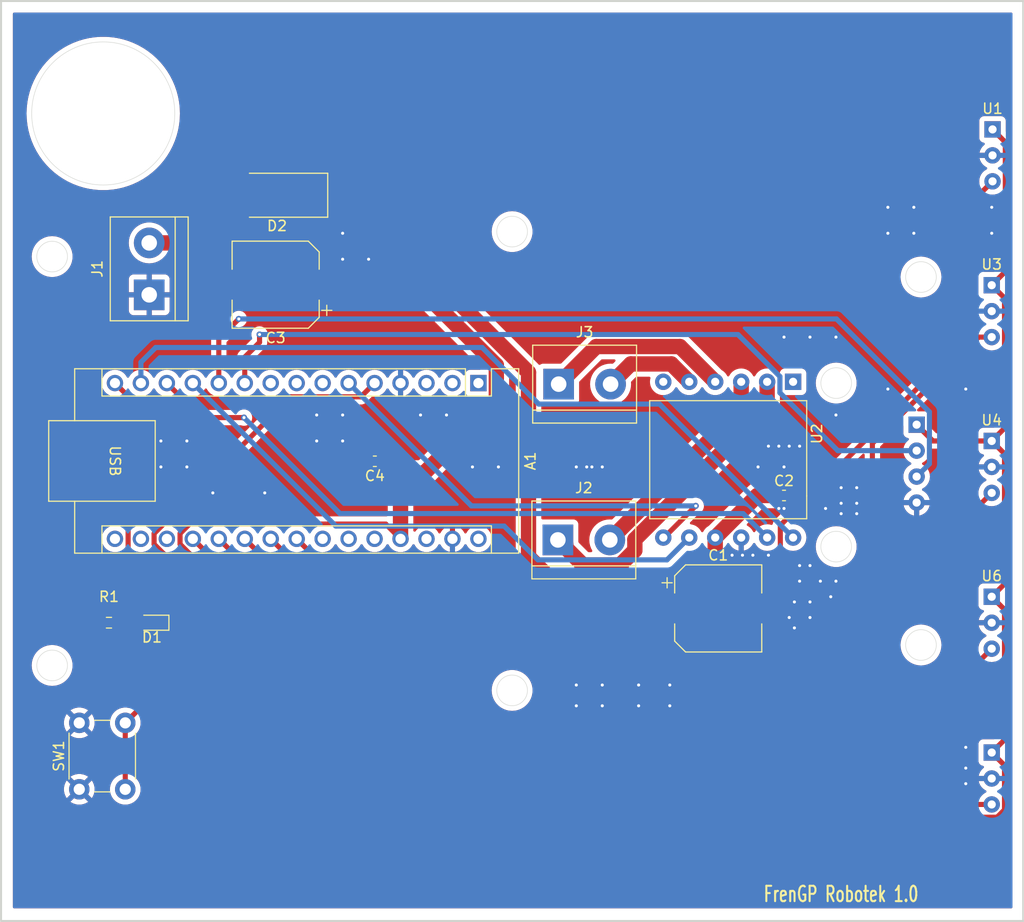
<source format=kicad_pcb>
(kicad_pcb (version 20240108) (generator "pcbnew") (generator_version "8.0")
  (layers (0 "F.Cu" signal) (31 "B.Cu" signal) (34 "B.Paste" user) (35 "F.Paste" user) (36 "B.SilkS" user "B.Silkscreen") (37 "F.SilkS" user "F.Silkscreen") (38 "B.Mask" user) (39 "F.Mask" user) (44 "Edge.Cuts" user))
  (net 0 "")
  (net 1 "BIN2")
  (net 3 "GND")
  (net 5 "IR1")
  (net 6 "Net-(A1-D12)")
  (net 7 "Net-(A1-D2)")
  (net 8 "AIN1")
  (net 9 "AIN2")
  (net 10 "BIN1")
  (net 11 "IR2")
  (net 12 "IR4")
  (net 13 "+5V_MCU")
  (net 14 "IR5")
  (net 15 "IR3")
  (net 16 "Echo")
  (net 17 "Trig")
  (net 20 "Net-(D1-A)")
  (net 21 "Net-(J2-Pin_2)")
  (net 22 "Net-(J2-Pin_1)")
  (net 23 "Net-(J3-Pin_2)")
  (net 34 "Net-(J3-Pin_1)")
  (net 37 "+5V_bat")
  (footprint "Resistor_SMD:R_0603_1608Metric_Pad0.98x0.95mm_HandSolder" (layer "F.Cu") (at 35.56 83.82 180)
    (property "Reference" "R1" (at 0 2.54 180) (layer "F.SilkS"))
    (property "Value" "R")
    (fp_line (start -0.254724 0.5225) (end 0.254724 0.5225) (stroke (width 0.12)) (layer "F.SilkS"))
    (fp_line (start -0.254724 -0.5225) (end 0.254724 -0.5225) (stroke (width 0.12)) (layer "F.SilkS"))
    (pad "1" smd roundrect (at -0.9125 0 180) (size 0.975 0.95) (layers "F.Cu" "F.Paste" "F.Mask") (net 20 "Net-(D1-A)"))
    (pad "2" smd roundrect (at 0.9125 0 180) (size 0.975 0.95) (layers "F.Cu" "F.Paste" "F.Mask") (net 6 "Net-(A1-D12)"))
  )
  (footprint "Capacitor_SMD:CP_Elec_8x6.2" (layer "F.Cu") (at 51.8668 50.7512 180)
    (property "Reference" "C3" (at 0 -5.2 180) (layer "F.SilkS"))
    (property "Value" "470u")
    (fp_line (start 4.26 4.26) (end 4.26 1.51) (stroke (width 0.12)) (layer "F.SilkS"))
    (fp_line (start 4.26 -4.26) (end 4.26 -1.51) (stroke (width 0.12)) (layer "F.SilkS"))
    (fp_line (start -3.195563 4.26) (end 4.26 4.26) (stroke (width 0.12)) (layer "F.SilkS"))
    (fp_line (start -3.195563 -4.26) (end 4.26 -4.26) (stroke (width 0.12)) (layer "F.SilkS"))
    (fp_line (start -4.26 3.195563) (end -3.195563 4.26) (stroke (width 0.12)) (layer "F.SilkS"))
    (fp_line (start -4.26 3.195563) (end -4.26 1.51) (stroke (width 0.12)) (layer "F.SilkS"))
    (fp_line (start -4.26 -3.195563) (end -3.195563 -4.26) (stroke (width 0.12)) (layer "F.SilkS"))
    (fp_line (start -4.26 -3.195563) (end -4.26 -1.51) (stroke (width 0.12)) (layer "F.SilkS"))
    (fp_line (start -5 -3.01) (end -5 -2.01) (stroke (width 0.12)) (layer "F.SilkS"))
    (fp_line (start -5.5 -2.51) (end -4.5 -2.51) (stroke (width 0.12)) (layer "F.SilkS"))
    (pad "1" smd roundrect (at -3.05 0 180) (size 4 2.5) (layers "F.Cu" "F.Paste" "F.Mask") (roundrect_rratio 0.1) (net 13 "+5V_MCU"))
    (pad "2" smd roundrect (at 3.05 0 180) (size 4 2.5) (layers "F.Cu" "F.Paste" "F.Mask") (roundrect_rratio 0.1) (net 3 "GND"))
  )
  (footprint "Diode_SMD:D_SMA-SMB_Universal_Handsoldering" (layer "F.Cu") (at 52 42 180)
    (property "Reference" "D2" (at 0 -3 180) (layer "F.SilkS"))
    (property "Value" "1N4006")
    (fp_line (start -4.96 2.15) (end 2.7 2.15) (stroke (width 0.12)) (layer "F.SilkS"))
    (fp_line (start -4.96 -2.15) (end 2.7 -2.15) (stroke (width 0.12)) (layer "F.SilkS"))
    (fp_line (start -4.96 -2.15) (end -4.96 2.15) (stroke (width 0.12)) (layer "F.SilkS"))
    (pad "1" smd trapezoid (at -2.9 0 180) (size 3.6 1.7) (rect_delta 0.6 0) (layers "F.Cu" "F.Paste" "F.Mask") (net 13 "+5V_MCU"))
    (pad "2" smd trapezoid (at 2.9 0) (size 3.6 1.7) (rect_delta 0.6 0) (layers "F.Cu" "F.Paste" "F.Mask") (net 37 "+5V_bat"))
  )
  (footprint "Capacitor_SMD:CP_Elec_8x6.2" (layer "F.Cu") (at 95.163 82.423)
    (property "Reference" "C1" (at 0 -5.2 0) (layer "F.SilkS"))
    (property "Value" "470u")
    (fp_line (start -5.5 -2.51) (end -4.5 -2.51) (stroke (width 0.12)) (layer "F.SilkS"))
    (fp_line (start -5 -3.01) (end -5 -2.01) (stroke (width 0.12)) (layer "F.SilkS"))
    (fp_line (start -4.26 -3.195563) (end -4.26 -1.51) (stroke (width 0.12)) (layer "F.SilkS"))
    (fp_line (start -4.26 -3.195563) (end -3.195563 -4.26) (stroke (width 0.12)) (layer "F.SilkS"))
    (fp_line (start -4.26 3.195563) (end -4.26 1.51) (stroke (width 0.12)) (layer "F.SilkS"))
    (fp_line (start -4.26 3.195563) (end -3.195563 4.26) (stroke (width 0.12)) (layer "F.SilkS"))
    (fp_line (start -3.195563 -4.26) (end 4.26 -4.26) (stroke (width 0.12)) (layer "F.SilkS"))
    (fp_line (start -3.195563 4.26) (end 4.26 4.26) (stroke (width 0.12)) (layer "F.SilkS"))
    (fp_line (start 4.26 -4.26) (end 4.26 -1.51) (stroke (width 0.12)) (layer "F.SilkS"))
    (fp_line (start 4.26 4.26) (end 4.26 1.51) (stroke (width 0.12)) (layer "F.SilkS"))
    (pad "1" smd roundrect (at -3.05 0) (size 4 2.5) (layers "F.Cu" "F.Paste" "F.Mask") (roundrect_rratio 0.1) (net 37 "+5V_bat"))
    (pad "2" smd roundrect (at 3.05 0) (size 4 2.5) (layers "F.Cu" "F.Paste" "F.Mask") (roundrect_rratio 0.1) (net 3 "GND"))
  )
  (footprint "DRV_8833_module:3pin_Reflection_sensor" (layer "F.Cu") (at 122 35.56)
    (property "Reference" "U1" (at 0 -2.032 0) (layer "F.SilkS"))
    (property "Value" "~" (hide yes))
    (pad "1" thru_hole rect (at 0 0) (size 1.6 1.6) (drill 0.8) (layers "*.Cu" "*.Mask") (net 13 "+5V_MCU"))
    (pad "2" thru_hole oval (at 0 2.54) (size 1.6 1.6) (drill 0.8) (layers "*.Cu" "*.Mask") (net 3 "GND"))
    (pad "3" thru_hole oval (at 0 5.08) (size 1.6 1.6) (drill 0.8) (layers "*.Cu" "*.Mask") (net 5 "IR1"))
  )
  (footprint "Button_Switch_THT:SW_PUSH_6mm" (layer "F.Cu") (at 32.6547 100.1178 90)
    (property "Reference" "SW1" (at 3.25 -2 -90) (layer "F.SilkS"))
    (property "Value" "SW_Push")
    (fp_line (start 5.5 -1) (end 1 -1) (stroke (width 0.12)) (layer "F.SilkS"))
    (fp_line (start -0.25 1.5) (end -0.25 3) (stroke (width 0.12)) (layer "F.SilkS"))
    (fp_line (start 6.75 3) (end 6.75 1.5) (stroke (width 0.12)) (layer "F.SilkS"))
    (fp_line (start 1 5.5) (end 5.5 5.5) (stroke (width 0.12)) (layer "F.SilkS"))
    (pad "1" thru_hole circle (at 0 0 180) (size 2 2) (drill 1.1) (layers "*.Cu" "*.Mask") (net 3 "GND"))
    (pad "1" thru_hole circle (at 6.5 0 180) (size 2 2) (drill 1.1) (layers "*.Cu" "*.Mask") (net 3 "GND"))
    (pad "2" thru_hole circle (at 0 4.5 180) (size 2 2) (drill 1.1) (layers "*.Cu" "*.Mask") (net 7 "Net-(A1-D2)"))
    (pad "2" thru_hole circle (at 6.5 4.5 180) (size 2 2) (drill 1.1) (layers "*.Cu" "*.Mask") (net 7 "Net-(A1-D2)"))
  )
  (footprint "DRV_8833_module:HC-SR04_module" (layer "F.Cu") (at 114.5747 64.4458)
    (property "Reference" "U5" (hide yes))
    (property "Value" "~" (hide yes))
    (pad "1" thru_hole rect (at 0 0) (size 1.6 1.6) (drill 0.8) (layers "*.Cu" "*.Mask") (net 13 "+5V_MCU"))
    (pad "2" thru_hole oval (at 0 2.54) (size 1.6 1.6) (drill 0.8) (layers "*.Cu" "*.Mask") (net 17 "Trig"))
    (pad "3" thru_hole oval (at 0 5.08) (size 1.6 1.6) (drill 0.8) (layers "*.Cu" "*.Mask") (net 16 "Echo"))
    (pad "4" thru_hole oval (at 0 7.62) (size 1.6 1.6) (drill 0.8) (layers "*.Cu" "*.Mask") (net 3 "GND"))
  )
  (footprint "Capacitor_SMD:C_0603_1608Metric_Pad1.08x0.95mm_HandSolder" (layer "F.Cu") (at 101.6 71.374)
    (property "Reference" "C2" (at 0 -1.43 0) (layer "F.SilkS"))
    (property "Value" "1u")
    (fp_line (start -0.146267 -0.51) (end 0.146267 -0.51) (stroke (width 0.12)) (layer "F.SilkS"))
    (fp_line (start -0.146267 0.51) (end 0.146267 0.51) (stroke (width 0.12)) (layer "F.SilkS"))
    (pad "1" smd roundrect (at -0.8625 0) (size 1.075 0.95) (layers "F.Cu" "F.Paste" "F.Mask") (net 37 "+5V_bat"))
    (pad "2" smd roundrect (at 0.8625 0) (size 1.075 0.95) (layers "F.Cu" "F.Paste" "F.Mask") (net 3 "GND"))
  )
  (footprint "DRV_8833_module:3pin_Reflection_sensor" (layer "F.Cu") (at 121.92 66.04)
    (property "Reference" "U4" (at 0 -2.032 0) (layer "F.SilkS"))
    (property "Value" "~" (hide yes))
    (pad "1" thru_hole rect (at 0 0) (size 1.6 1.6) (drill 0.8) (layers "*.Cu" "*.Mask") (net 13 "+5V_MCU"))
    (pad "2" thru_hole oval (at 0 2.54) (size 1.6 1.6) (drill 0.8) (layers "*.Cu" "*.Mask") (net 3 "GND"))
    (pad "3" thru_hole oval (at 0 5.08) (size 1.6 1.6) (drill 0.8) (layers "*.Cu" "*.Mask") (net 15 "IR3"))
  )
  (footprint "Module:Arduino_Nano" (layer "F.Cu") (at 71.7047 60.3758 -90)
    (property "Reference" "A1" (at 7.62 -5.08 90) (layer "F.SilkS"))
    (property "Value" "Arduino_Nano_v3.x")
    (fp_line (start 3.68 42.04) (end 3.68 31.62) (stroke (width 0.12)) (layer "F.SilkS"))
    (fp_line (start 11.56 42.04) (end 3.68 42.04) (stroke (width 0.12)) (layer "F.SilkS"))
    (fp_line (start -1.4 39.5) (end 3.68 39.5) (stroke (width 0.12)) (layer "F.SilkS"))
    (fp_line (start 16.64 39.5) (end 11.56 39.5) (stroke (width 0.12)) (layer "F.SilkS"))
    (fp_line (start 16.64 39.5) (end 16.64 -3.94) (stroke (width 0.12)) (layer "F.SilkS"))
    (fp_line (start 1.27 36.83) (end -1.4 36.83) (stroke (width 0.12)) (layer "F.SilkS"))
    (fp_line (start 13.97 36.83) (end 16.64 36.83) (stroke (width 0.12)) (layer "F.SilkS"))
    (fp_line (start 3.68 31.62) (end 11.56 31.62) (stroke (width 0.12)) (layer "F.SilkS"))
    (fp_line (start 11.56 31.62) (end 11.56 42.04) (stroke (width 0.12)) (layer "F.SilkS"))
    (fp_line (start -1.4 1.27) (end -1.4 39.5) (stroke (width 0.12)) (layer "F.SilkS"))
    (fp_line (start 1.27 1.27) (end 1.27 36.83) (stroke (width 0.12)) (layer "F.SilkS"))
    (fp_line (start 1.27 1.27) (end -1.4 1.27) (stroke (width 0.12)) (layer "F.SilkS"))
    (fp_line (start 1.27 1.27) (end 1.27 -1.27) (stroke (width 0.12)) (layer "F.SilkS"))
    (fp_line (start 1.27 -1.27) (end -1.4 -1.27) (stroke (width 0.12)) (layer "F.SilkS"))
    (fp_line (start 13.97 -1.27) (end 13.97 36.83) (stroke (width 0.12)) (layer "F.SilkS"))
    (fp_line (start 13.97 -1.27) (end 16.64 -1.27) (stroke (width 0.12)) (layer "F.SilkS"))
    (fp_line (start -1.4 -3.94) (end -1.4 -1.27) (stroke (width 0.12)) (layer "F.SilkS"))
    (fp_line (start 16.64 -3.94) (end -1.4 -3.94) (stroke (width 0.12)) (layer "F.SilkS"))
    (fp_text user "USB" (at 7.62 35.56 -90) (layer "F.SilkS"))
    (pad "1" thru_hole rect (at 0 0 270) (size 1.6 1.6) (drill 1) (layers "*.Cu" "*.Mask"))
    (pad "2" thru_hole oval (at 0 2.54 270) (size 1.6 1.6) (drill 1) (layers "*.Cu" "*.Mask"))
    (pad "3" thru_hole oval (at 0 5.08 270) (size 1.6 1.6) (drill 1) (layers "*.Cu" "*.Mask"))
    (pad "4" thru_hole oval (at 0 7.62 270) (size 1.6 1.6) (drill 1) (layers "*.Cu" "*.Mask") (net 3 "GND"))
    (pad "5" thru_hole oval (at 0 10.16 270) (size 1.6 1.6) (drill 1) (layers "*.Cu" "*.Mask") (net 7 "Net-(A1-D2)"))
    (pad "6" thru_hole oval (at 0 12.7 270) (size 1.6 1.6) (drill 1) (layers "*.Cu" "*.Mask") (net 8 "AIN1"))
    (pad "7" thru_hole oval (at 0 15.24 270) (size 1.6 1.6) (drill 1) (layers "*.Cu" "*.Mask"))
    (pad "8" thru_hole oval (at 0 17.78 270) (size 1.6 1.6) (drill 1) (layers "*.Cu" "*.Mask"))
    (pad "9" thru_hole oval (at 0 20.32 270) (size 1.6 1.6) (drill 1) (layers "*.Cu" "*.Mask"))
    (pad "10" thru_hole oval (at 0 22.86 270) (size 1.6 1.6) (drill 1) (layers "*.Cu" "*.Mask") (net 17 "Trig"))
    (pad "11" thru_hole oval (at 0 25.4 270) (size 1.6 1.6) (drill 1) (layers "*.Cu" "*.Mask") (net 16 "Echo"))
    (pad "12" thru_hole oval (at 0 27.94 270) (size 1.6 1.6) (drill 1) (layers "*.Cu" "*.Mask") (net 9 "AIN2"))
    (pad "13" thru_hole oval (at 0 30.48 270) (size 1.6 1.6) (drill 1) (layers "*.Cu" "*.Mask") (net 10 "BIN1"))
    (pad "14" thru_hole oval (at 0 33.02 270) (size 1.6 1.6) (drill 1) (layers "*.Cu" "*.Mask") (net 1 "BIN2"))
    (pad "15" thru_hole oval (at 0 35.56 270) (size 1.6 1.6) (drill 1) (layers "*.Cu" "*.Mask") (net 6 "Net-(A1-D12)"))
    (pad "16" thru_hole oval (at 15.24 35.56 270) (size 1.6 1.6) (drill 1) (layers "*.Cu" "*.Mask"))
    (pad "17" thru_hole oval (at 15.24 33.02 270) (size 1.6 1.6) (drill 1) (layers "*.Cu" "*.Mask"))
    (pad "18" thru_hole oval (at 15.24 30.48 270) (size 1.6 1.6) (drill 1) (layers "*.Cu" "*.Mask"))
    (pad "19" thru_hole oval (at 15.24 27.94 270) (size 1.6 1.6) (drill 1) (layers "*.Cu" "*.Mask") (net 14 "IR5"))
    (pad "20" thru_hole oval (at 15.24 25.4 270) (size 1.6 1.6) (drill 1) (layers "*.Cu" "*.Mask") (net 12 "IR4"))
    (pad "21" thru_hole oval (at 15.24 22.86 270) (size 1.6 1.6) (drill 1) (layers "*.Cu" "*.Mask") (net 15 "IR3"))
    (pad "22" thru_hole oval (at 15.24 20.32 270) (size 1.6 1.6) (drill 1) (layers "*.Cu" "*.Mask") (net 11 "IR2"))
    (pad "23" thru_hole oval (at 15.24 17.78 270) (size 1.6 1.6) (drill 1) (layers "*.Cu" "*.Mask") (net 5 "IR1"))
    (pad "24" thru_hole oval (at 15.24 15.24 270) (size 1.6 1.6) (drill 1) (layers "*.Cu" "*.Mask"))
    (pad "25" thru_hole oval (at 15.24 12.7 270) (size 1.6 1.6) (drill 1) (layers "*.Cu" "*.Mask"))
    (pad "26" thru_hole oval (at 15.24 10.16 270) (size 1.6 1.6) (drill 1) (layers "*.Cu" "*.Mask"))
    (pad "27" thru_hole oval (at 15.24 7.62 270) (size 1.6 1.6) (drill 1) (layers "*.Cu" "*.Mask") (net 13 "+5V_MCU"))
    (pad "28" thru_hole oval (at 15.24 5.08 270) (size 1.6 1.6) (drill 1) (layers "*.Cu" "*.Mask"))
    (pad "29" thru_hole oval (at 15.24 2.54 270) (size 1.6 1.6) (drill 1) (layers "*.Cu" "*.Mask") (net 3 "GND"))
    (pad "30" thru_hole oval (at 15.24 0 270) (size 1.6 1.6) (drill 1) (layers "*.Cu" "*.Mask"))
  )
  (footprint "DRV_8833_module:3pin_Reflection_sensor" (layer "F.Cu") (at 121.92 81.28)
    (property "Reference" "U6" (at 0 -2.032 0) (layer "F.SilkS"))
    (property "Value" "~" (hide yes))
    (pad "1" thru_hole rect (at 0 0) (size 1.6 1.6) (drill 0.8) (layers "*.Cu" "*.Mask") (net 13 "+5V_MCU"))
    (pad "2" thru_hole oval (at 0 2.54) (size 1.6 1.6) (drill 0.8) (layers "*.Cu" "*.Mask") (net 3 "GND"))
    (pad "3" thru_hole oval (at 0 5.08) (size 1.6 1.6) (drill 0.8) (layers "*.Cu" "*.Mask") (net 12 "IR4"))
  )
  (footprint "DRV_8833_module:DIP-12_W15.24mm" (layer "F.Cu") (at 102.489 60.252 -90)
    (property "Reference" "U2" (at 5.08 -2.33 90) (layer "F.SilkS"))
    (property "Value" "~")
    (fp_line (start 1.845 14.03) (end 13.395 14.03) (stroke (width 0.12)) (layer "F.SilkS"))
    (fp_line (start 13.395 14.03) (end 13.395 -1.33) (stroke (width 0.12)) (layer "F.SilkS"))
    (fp_line (start 1.845 -1.33) (end 1.845 14.03) (stroke (width 0.12)) (layer "F.SilkS"))
    (fp_line (start 11.16 -1.33) (end 1.845 -1.33) (stroke (width 0.12)) (layer "F.SilkS"))
    (fp_line (start 13.395 -1.33) (end 11.16 -1.33) (stroke (width 0.12)) (layer "F.SilkS"))
    (pad "1" thru_hole rect (at 0 0 270) (size 1.6 1.6) (drill 0.8) (layers "*.Cu" "*.Mask"))
    (pad "2" thru_hole oval (at 0 2.54 270) (size 1.6 1.6) (drill 0.8) (layers "*.Cu" "*.Mask") (net 22 "Net-(J2-Pin_1)"))
    (pad "3" thru_hole oval (at 0 5.08 270) (size 1.6 1.6) (drill 0.8) (layers "*.Cu" "*.Mask") (net 21 "Net-(J2-Pin_2)"))
    (pad "4" thru_hole oval (at 0 7.62 270) (size 1.6 1.6) (drill 0.8) (layers "*.Cu" "*.Mask") (net 34 "Net-(J3-Pin_1)"))
    (pad "5" thru_hole oval (at 0 10.16 270) (size 1.6 1.6) (drill 0.8) (layers "*.Cu" "*.Mask") (net 23 "Net-(J3-Pin_2)"))
    (pad "6" thru_hole oval (at 0 12.7 270) (size 1.6 1.6) (drill 0.8) (layers "*.Cu" "*.Mask"))
    (pad "7" thru_hole oval (at 15.24 12.7 270) (size 1.6 1.6) (drill 0.8) (layers "*.Cu" "*.Mask") (net 8 "AIN1"))
    (pad "8" thru_hole oval (at 15.24 10.16 270) (size 1.6 1.6) (drill 0.8) (layers "*.Cu" "*.Mask") (net 9 "AIN2"))
    (pad "9" thru_hole oval (at 15.24 7.62 270) (size 1.6 1.6) (drill 0.8) (layers "*.Cu" "*.Mask") (net 37 "+5V_bat"))
    (pad "10" thru_hole oval (at 15.24 5.08 270) (size 1.6 1.6) (drill 0.8) (layers "*.Cu" "*.Mask") (net 3 "GND"))
    (pad "11" thru_hole oval (at 15.24 2.54 270) (size 1.6 1.6) (drill 0.8) (layers "*.Cu" "*.Mask") (net 10 "BIN1"))
    (pad "12" thru_hole oval (at 15.24 0 270) (size 1.6 1.6) (drill 0.8) (layers "*.Cu" "*.Mask") (net 1 "BIN2"))
  )
  (footprint "TerminalBlock:TerminalBlock_bornier-2_P5.08mm" (layer "F.Cu") (at 39.497 51.743 90)
    (property "Reference" "J1" (at 2.54 -5.08 -90) (layer "F.SilkS"))
    (property "Value" "Screw_Terminal_01x02" (hide yes))
    (fp_line (start 7.62 -3.81) (end -2.54 -3.81) (stroke (width 0.12)) (layer "F.SilkS"))
    (fp_line (start -2.54 -3.81) (end -2.54 3.81) (stroke (width 0.12)) (layer "F.SilkS"))
    (fp_line (start 7.62 2.54) (end -2.54 2.54) (stroke (width 0.12)) (layer "F.SilkS"))
    (fp_line (start 7.62 3.81) (end 7.62 -3.81) (stroke (width 0.12)) (layer "F.SilkS"))
    (fp_line (start -2.54 3.81) (end 7.62 3.81) (stroke (width 0.12)) (layer "F.SilkS"))
    (pad "1" thru_hole rect (at 0 0 90) (size 3 3) (drill 1.52) (layers "*.Cu" "*.Mask") (net 3 "GND"))
    (pad "2" thru_hole circle (at 5.08 0 90) (size 3 3) (drill 1.52) (layers "*.Cu" "*.Mask") (net 37 "+5V_bat"))
  )
  (footprint "DRV_8833_module:3pin_Reflection_sensor" (layer "F.Cu") (at 121.92 96.52)
    (property "Reference" "U7" (hide yes))
    (property "Value" "~" (hide yes))
    (pad "1" thru_hole rect (at 0 0) (size 1.6 1.6) (drill 0.8) (layers "*.Cu" "*.Mask") (net 13 "+5V_MCU"))
    (pad "2" thru_hole oval (at 0 2.54) (size 1.6 1.6) (drill 0.8) (layers "*.Cu" "*.Mask") (net 3 "GND"))
    (pad "3" thru_hole oval (at 0 5.08) (size 1.6 1.6) (drill 0.8) (layers "*.Cu" "*.Mask") (net 14 "IR5"))
  )
  (footprint "Diode_SMD:D_0603_1608Metric_Pad1.05x0.95mm_HandSolder" (layer "F.Cu") (at 39.765 83.82 180)
    (property "Reference" "D1" (at 0 -1.43 180) (layer "F.SilkS"))
    (property "Value" "LED")
    (fp_line (start 0.8 -0.735) (end -1.66 -0.735) (stroke (width 0.12)) (layer "F.SilkS"))
    (fp_line (start -1.66 0.735) (end 0.8 0.735) (stroke (width 0.12)) (layer "F.SilkS"))
    (fp_line (start -1.66 -0.735) (end -1.66 0.735) (stroke (width 0.12)) (layer "F.SilkS"))
    (pad "1" smd roundrect (at -0.875 0 180) (size 1.05 0.95) (layers "F.Cu" "F.Paste" "F.Mask") (net 3 "GND"))
    (pad "2" smd roundrect (at 0.875 0 180) (size 1.05 0.95) (layers "F.Cu" "F.Paste" "F.Mask") (net 20 "Net-(D1-A)"))
  )
  (footprint "TerminalBlock:TerminalBlock_bornier-2_P5.08mm" (layer "F.Cu") (at 79.4766 75.7206)
    (property "Reference" "J2" (at 2.54 -5.08 0) (layer "F.SilkS"))
    (property "Value" "Screw_Terminal_01x02")
    (fp_line (start -2.54 -3.81) (end -2.54 3.81) (stroke (width 0.12)) (layer "F.SilkS"))
    (fp_line (start -2.54 3.81) (end 7.62 3.81) (stroke (width 0.12)) (layer "F.SilkS"))
    (fp_line (start 7.62 -3.81) (end -2.54 -3.81) (stroke (width 0.12)) (layer "F.SilkS"))
    (fp_line (start 7.62 2.54) (end -2.54 2.54) (stroke (width 0.12)) (layer "F.SilkS"))
    (fp_line (start 7.62 3.81) (end 7.62 -3.81) (stroke (width 0.12)) (layer "F.SilkS"))
    (pad "1" thru_hole rect (at 0 0) (size 3 3) (drill 1.52) (layers "*.Cu" "*.Mask") (net 22 "Net-(J2-Pin_1)"))
    (pad "2" thru_hole circle (at 5.08 0) (size 3 3) (drill 1.52) (layers "*.Cu" "*.Mask") (net 21 "Net-(J2-Pin_2)"))
  )
  (footprint "TerminalBlock:TerminalBlock_bornier-2_P5.08mm" (layer "F.Cu") (at 79.5528 60.4806)
    (property "Reference" "J3" (at 2.54 -5.08 0) (layer "F.SilkS"))
    (property "Value" "Screw_Terminal_01x02" (hide yes))
    (fp_line (start -2.54 -3.81) (end -2.54 3.81) (stroke (width 0.12)) (layer "F.SilkS"))
    (fp_line (start -2.54 3.81) (end 7.62 3.81) (stroke (width 0.12)) (layer "F.SilkS"))
    (fp_line (start 7.62 -3.81) (end -2.54 -3.81) (stroke (width 0.12)) (layer "F.SilkS"))
    (fp_line (start 7.62 2.54) (end -2.54 2.54) (stroke (width 0.12)) (layer "F.SilkS"))
    (fp_line (start 7.62 3.81) (end 7.62 -3.81) (stroke (width 0.12)) (layer "F.SilkS"))
    (pad "1" thru_hole rect (at 0 0) (size 3 3) (drill 1.52) (layers "*.Cu" "*.Mask") (net 34 "Net-(J3-Pin_1)"))
    (pad "2" thru_hole circle (at 5.08 0) (size 3 3) (drill 1.52) (layers "*.Cu" "*.Mask") (net 23 "Net-(J3-Pin_2)"))
  )
  (footprint "DRV_8833_module:3pin_Reflection_sensor" (layer "F.Cu") (at 121.92 50.8)
    (property "Reference" "U3" (at 0 -2.032 0) (layer "F.SilkS"))
    (property "Value" "~" (hide yes))
    (pad "1" thru_hole rect (at 0 0) (size 1.6 1.6) (drill 0.8) (layers "*.Cu" "*.Mask") (net 13 "+5V_MCU"))
    (pad "2" thru_hole oval (at 0 2.54) (size 1.6 1.6) (drill 0.8) (layers "*.Cu" "*.Mask") (net 3 "GND"))
    (pad "3" thru_hole oval (at 0 5.08) (size 1.6 1.6) (drill 0.8) (layers "*.Cu" "*.Mask") (net 11 "IR2"))
  )
  (footprint "Capacitor_SMD:C_0603_1608Metric_Pad1.08x0.95mm_HandSolder" (layer "F.Cu") (at 61.5696 68.0251 180)
    (property "Reference" "C4" (at 0 -1.43 180) (layer "F.SilkS"))
    (property "Value" "100n")
    (fp_line (start -0.146267 0.51) (end 0.146267 0.51) (stroke (width 0.12)) (layer "F.SilkS"))
    (fp_line (start -0.146267 -0.51) (end 0.146267 -0.51) (stroke (width 0.12)) (layer "F.SilkS"))
    (pad "1" smd roundrect (at -0.8625 0 180) (size 1.075 0.95) (layers "F.Cu" "F.Paste" "F.Mask") (net 13 "+5V_MCU"))
    (pad "2" smd roundrect (at 0.8625 0 180) (size 1.075 0.95) (layers "F.Cu" "F.Paste" "F.Mask") (net 3 "GND"))
  )
  (gr_circle (center 30 88) (end 31.5 88) (stroke (width 0.05)) (fill none) (layer "Edge.Cuts"))
  (gr_circle (center 115 86) (end 116.5 86) (stroke (width 0.05)) (fill none) (layer "Edge.Cuts"))
  (gr_circle (center 30 48) (end 31.5 48) (stroke (width 0.05)) (fill none) (layer "Edge.Cuts"))
  (gr_circle (center 75 45.558) (end 76.5 45.558) (stroke (width 0.05)) (fill none) (layer "Edge.Cuts"))
  (gr_circle (center 35 34) (end 42 34) (stroke (width 0.05)) (fill none) (layer "Edge.Cuts"))
  (gr_circle (center 75 90.442) (end 76.5 90.442) (stroke (width 0.05)) (fill none) (layer "Edge.Cuts"))
  (gr_circle (center 115 50) (end 116.5 50) (stroke (width 0.05)) (fill none) (layer "Edge.Cuts"))
  (gr_circle (center 106.7047 60.3758) (end 108.2047 60.3758) (stroke (width 0.05)) (fill none) (layer "Edge.Cuts"))
  (gr_rect (start 25 23) (end 125 113) (stroke (width 0.2)) (fill none) (layer "Edge.Cuts"))
  (gr_circle (center 106.7047 76.3758) (end 108.2047 76.3758) (stroke (width 0.05)) (fill none) (layer "Edge.Cuts"))
  (gr_text "FrenGP Robotek 1.0\n" (at 99.5 111.25 0) (layer "F.SilkS") (effects (font (size 1.5 1) (thickness 0.2) (bold yes)) (justify left bottom)))
  (segment (start 72.0682 56.896) (end 40.132 56.896) (width 0.5) (layer "B.Cu") (net 1))
  (segment (start 38.6847 58.3433) (end 38.6847 60.3758) (width 0.5) (layer "B.Cu") (net 1))
  (segment (start 89.4276 62.4306) (end 77.6028 62.4306) (width 0.5) (layer "B.Cu") (net 1))
  (segment (start 77.6028 62.4306) (end 72.0682 56.896) (width 0.5) (layer "B.Cu") (net 1))
  (segment (start 40.132 56.896) (end 38.6847 58.3433) (width 0.5) (layer "B.Cu") (net 1))
  (segment (start 102.489 75.492) (end 89.4276 62.4306) (width 0.5) (layer "B.Cu") (net 1))
  (via (at 98.552 77.216) (size 0.6) (drill 0.3) (layers "F.Cu" "B.Cu") (net 3))
  (via (at 119.38 99.568) (size 0.6) (drill 0.3) (layers "F.Cu" "B.Cu") (net 3))
  (via (at 58.42 45.72) (size 0.6) (drill 0.3) (layers "F.Cu" "B.Cu") (net 3))
  (via (at 90.424 91.948) (size 0.6) (drill 0.3) (layers "F.Cu" "B.Cu") (net 3))
  (via (at 101.6 68.58) (size 0.6) (drill 0.3) (layers "F.Cu" "B.Cu") (net 3))
  (via (at 111.76 45.72) (size 0.6) (drill 0.3) (layers "F.Cu" "B.Cu") (net 3))
  (via (at 90.424 89.916) (size 0.6) (drill 0.3) (layers "F.Cu" "B.Cu") (net 3))
  (via (at 100.076 77.216) (size 0.6) (drill 0.3) (layers "F.Cu" "B.Cu") (net 3))
  (via (at 104.14 83.312) (size 0.6) (drill 0.3) (layers "F.Cu" "B.Cu") (net 3))
  (via (at 102.108 83.312) (size 0.6) (drill 0.3) (layers "F.Cu" "B.Cu") (net 3))
  (via (at 96.52 77.216) (size 0.6) (drill 0.3) (layers "F.Cu" "B.Cu") (net 3))
  (via (at 43.18 68.58) (size 0.6) (drill 0.3) (layers "F.Cu" "B.Cu") (net 3))
  (via (at 73.66 68.58) (size 0.6) (drill 0.3) (layers "F.Cu" "B.Cu") (net 3))
  (via (at 40.64 66.04) (size 0.6) (drill 0.3) (layers "F.Cu" "B.Cu") (net 3))
  (via (at 108.712 72.136) (size 0.6) (drill 0.3) (layers "F.Cu" "B.Cu") (net 3))
  (via (at 104.14 78.232) (size 0.6) (drill 0.3) (layers "F.Cu" "B.Cu") (net 3))
  (via (at 102.108 66.548) (size 0.6) (drill 0.3) (layers "F.Cu" "B.Cu") (net 3))
  (via (at 106.68 63.5) (size 0.6) (drill 0.3) (layers "F.Cu" "B.Cu") (net 3))
  (via (at 82.804 68.58) (size 0.6) (drill 0.3) (layers "F.Cu" "B.Cu") (net 3))
  (via (at 58.42 48.26) (size 0.6) (drill 0.3) (layers "F.Cu" "B.Cu") (net 3))
  (via (at 107.188 73.152) (size 0.6) (drill 0.3) (layers "F.Cu" "B.Cu") (net 3))
  (via (at 50.8 71.12) (size 0.6) (drill 0.3) (layers "F.Cu" "B.Cu") (net 3))
  (via (at 106.68 79.756) (size 0.6) (drill 0.3) (layers "F.Cu" "B.Cu") (net 3))
  (via (at 81.28 68.58) (size 0.6) (drill 0.3) (layers "F.Cu" "B.Cu") (net 3))
  (via (at 106.68 55.88) (size 0.6) (drill 0.3) (layers "F.Cu" "B.Cu") (net 3))
  (via (at 114.3 43.18) (size 0.6) (drill 0.3) (layers "F.Cu" "B.Cu") (net 3))
  (via (at 119.38 60.96) (size 0.6) (drill 0.3) (layers "F.Cu" "B.Cu") (net 3))
  (via (at 45.72 71.12) (size 0.6) (drill 0.3) (layers "F.Cu" "B.Cu") (net 3))
  (via (at 121.92 45.72) (size 0.6) (drill 0.3) (layers "F.Cu" "B.Cu") (net 3))
  (via (at 55.88 66.04) (size 0.6) (drill 0.3) (layers "F.Cu" "B.Cu") (net 3))
  (via (at 111.76 60.96) (size 0.6) (drill 0.3) (layers "F.Cu" "B.Cu") (net 3))
  (via (at 102.616 81.788) (size 0.6) (drill 0.3) (layers "F.Cu" "B.Cu") (net 3))
  (via (at 119.38 96.012) (size 0.6) (drill 0.3) (layers "F.Cu" "B.Cu") (net 3))
  (via (at 58.42 66.04) (size 0.6) (drill 0.3) (layers "F.Cu" "B.Cu") (net 3))
  (via (at 104.14 81.788) (size 0.6) (drill 0.3) (layers "F.Cu" "B.Cu") (net 3))
  (via (at 83.82 68.58) (size 0.6) (drill 0.3) (layers "F.Cu" "B.Cu") (net 3))
  (via (at 106.172 81.28) (size 0.6) (drill 0.3) (layers "F.Cu" "B.Cu") (net 3))
  (via (at 107.188 72.136) (size 0.6) (drill 0.3) (layers "F.Cu" "B.Cu") (net 3))
  (via (at 121.92 43.18) (size 0.6) (drill 0.3) (layers "F.Cu" "B.Cu") (net 3))
  (via (at 103.124 79.756) (size 0.6) (drill 0.3) (layers "F.Cu" "B.Cu") (net 3))
  (via (at 101.6 72.644) (size 0.6) (drill 0.3) (layers "F.Cu" "B.Cu") (net 3))
  (via (at 60.96 48.26) (size 0.6) (drill 0.3) (layers "F.Cu" "B.Cu") (net 3))
  (via (at 87.376 89.916) (size 0.6) (drill 0.3) (layers "F.Cu" "B.Cu") (net 3))
  (via (at 119.38 98.044) (size 0.6) (drill 0.3) (layers "F.Cu" "B.Cu") (net 3))
  (via (at 103.124 78.232) (size 0.6) (drill 0.3) (layers "F.Cu" "B.Cu") (net 3))
  (via (at 81.28 91.948) (size 0.6) (drill 0.3) (layers "F.Cu" "B.Cu") (net 3))
  (via (at 104.14 55.88) (size 0.6) (drill 0.3) (layers "F.Cu" "B.Cu") (net 3))
  (via (at 108.712 70.612) (size 0.6) (drill 0.3) (layers "F.Cu" "B.Cu") (net 3))
  (via (at 107.188 70.612) (size 0.6) (drill 0.3) (layers "F.Cu" "B.Cu") (net 3))
  (via (at 87.376 91.948) (size 0.6) (drill 0.3) (layers "F.Cu" "B.Cu") (net 3))
  (via (at 101.6 55.88) (size 0.6) (drill 0.3) (layers "F.Cu" "B.Cu") (net 3))
  (via (at 68.58 63.5) (size 0.6) (drill 0.3) (layers "F.Cu" "B.Cu") (net 3))
  (via (at 43.18 66.04) (size 0.6) (drill 0.3) (layers "F.Cu" "B.Cu") (net 3))
  (via (at 101.092 66.548) (size 0.6) (drill 0.3) (layers "F.Cu" "B.Cu") (net 3))
  (via (at 102.616 84.328) (size 0.6) (drill 0.3) (layers "F.Cu" "B.Cu") (net 3))
  (via (at 108.712 73.152) (size 0.6) (drill 0.3) (layers "F.Cu" "B.Cu") (net 3))
  (via (at 66.04 63.5) (size 0.6) (drill 0.3) (layers "F.Cu" "B.Cu") (net 3))
  (via (at 58.42 63.5) (size 0.6) (drill 0.3) (layers "F.Cu" "B.Cu") (net 3))
  (via (at 81.28 89.916) (size 0.6) (drill 0.3) (layers "F.Cu" "B.Cu") (net 3))
  (via (at 105.664 72.644) (size 0.6) (drill 0.3) (layers "F.Cu" "B.Cu") (net 3))
  (via (at 83.82 89.916) (size 0.6) (drill 0.3) (layers "F.Cu" "B.Cu") (net 3))
  (via (at 111.76 43.18) (size 0.6) (drill 0.3) (layers "F.Cu" "B.Cu") (net 3))
  (via (at 82.296 68.58) (size 0.6) (drill 0.3) (layers "F.Cu" "B.Cu") (net 3))
  (via (at 101.092 72.644) (size 0.6) (drill 0.3) (layers "F.Cu" "B.Cu") (net 3))
  (via (at 105.156 79.756) (size 0.6) (drill 0.3) (layers "F.Cu" "B.Cu") (net 3))
  (via (at 97.536 77.216) (size 0.6) (drill 0.3) (layers "F.Cu" "B.Cu") (net 3))
  (via (at 99.06 68.58) (size 0.6) (drill 0.3) (layers "F.Cu" "B.Cu") (net 3))
  (via (at 103.124 66.548) (size 0.6) (drill 0.3) (layers "F.Cu" "B.Cu") (net 3))
  (via (at 83.82 91.948) (size 0.6) (drill 0.3) (layers "F.Cu" "B.Cu") (net 3))
  (via (at 55.88 63.5) (size 0.6) (drill 0.3) (layers "F.Cu" "B.Cu") (net 3))
  (via (at 40.64 68.58) (size 0.6) (drill 0.3) (layers "F.Cu" "B.Cu") (net 3))
  (via (at 114.3 45.72) (size 0.6) (drill 0.3) (layers "F.Cu" "B.Cu") (net 3))
  (via (at 100.076 66.548) (size 0.6) (drill 0.3) (layers "F.Cu" "B.Cu") (net 3))
  (via (at 71.12 68.58) (size 0.6) (drill 0.3) (layers "F.Cu" "B.Cu") (net 3))
  (segment (start 93.954878 84.328) (end 62.6369 84.328) (width 0.5) (layer "F.Cu") (net 5))
  (segment (start 101.239 74.29155) (end 101.239 79.743878) (width 0.5) (layer "F.Cu") (net 5))
  (segment (start 94.996 83.286878) (end 93.954878 84.328) (width 0.5) (layer "F.Cu") (net 5))
  (segment (start 94.996 81.893122) (end 94.996 83.286878) (width 0.5) (layer "F.Cu") (net 5))
  (segment (start 62.6369 84.328) (end 53.9247 75.6158) (width 0.5) (layer "F.Cu") (net 5))
  (segment (start 101.239 79.743878) (end 97.145244 79.743878) (width 0.5) (layer "F.Cu") (net 5))
  (segment (start 120.35055 55.18) (end 101.239 74.29155) (width 0.5) (layer "F.Cu") (net 5))
  (segment (start 120.35055 42.28945) (end 120.35055 55.18) (width 0.5) (layer "F.Cu") (net 5))
  (segment (start 122 40.64) (end 120.35055 42.28945) (width 0.5) (layer "F.Cu") (net 5))
  (segment (start 97.145244 79.743878) (end 94.996 81.893122) (width 0.5) (layer "F.Cu") (net 5))
  (segment (start 37.4347 77.1857) (end 37.4347 61.6658) (width 0.5) (layer "F.Cu") (net 6))
  (segment (start 34.6475 79.9729) (end 34.6475 83.82) (width 0.5) (layer "F.Cu") (net 6))
  (segment (start 37.4347 61.6658) (end 36.1447 60.3758) (width 0.5) (layer "F.Cu") (net 6))
  (segment (start 37.4347 77.1857) (end 34.6475 79.9729) (width 0.5) (layer "F.Cu") (net 6))
  (segment (start 39.9747 76.133567) (end 39.9747 75.098033) (width 0.5) (layer "F.Cu") (net 7))
  (segment (start 41.615 89.1575) (end 37.1547 93.6178) (width 0.5) (layer "F.Cu") (net 7))
  (segment (start 60.1985 61.722) (end 61.5447 60.3758) (width 0.5) (layer "F.Cu") (net 7))
  (segment (start 37.1547 100.1178) (end 37.1547 93.6178) (width 0.5) (layer "F.Cu") (net 7))
  (segment (start 39.9747 76.133567) (end 41.615 77.773867) (width 0.5) (layer "F.Cu") (net 7))
  (segment (start 41.615 77.773867) (end 41.615 89.1575) (width 0.5) (layer "F.Cu") (net 7))
  (segment (start 53.350733 61.722) (end 60.1985 61.722) (width 0.5) (layer "F.Cu") (net 7))
  (segment (start 39.9747 75.098033) (end 53.350733 61.722) (width 0.5) (layer "F.Cu") (net 7))
  (segment (start 89.789 75.492) (end 89.862 75.492) (width 0.5) (layer "F.Cu") (net 8))
  (segment (start 89.862 75.492) (end 92.964 72.39) (width 0.5) (layer "F.Cu") (net 8))
  (via (at 92.964 72.39) (size 0.6) (drill 0.3) (layers "F.Cu" "B.Cu") (net 8))
  (segment (start 92.964 72.39) (end 71.0189 72.39) (width 0.5) (layer "B.Cu") (net 8))
  (segment (start 71.0189 72.39) (end 59.0047 60.3758) (width 0.5) (layer "B.Cu") (net 8))
  (segment (start 92.329 75.492) (end 90.1504 77.6706) (width 0.5) (layer "B.Cu") (net 9))
  (segment (start 57.7547 74.3658) (end 43.7647 60.3758) (width 0.5) (layer "B.Cu") (net 9))
  (segment (start 90.1504 77.6706) (end 77.5266 77.6706) (width 0.5) (layer "B.Cu") (net 9))
  (segment (start 77.5266 77.6706) (end 74.2218 74.3658) (width 0.5) (layer "B.Cu") (net 9))
  (segment (start 74.2218 74.3658) (end 57.7547 74.3658) (width 0.5) (layer "B.Cu") (net 9))
  (segment (start 48.768 63.754) (end 44.6029 63.754) (width 0.5) (layer "F.Cu") (net 10))
  (segment (start 44.6029 63.754) (end 41.2247 60.3758) (width 0.5) (layer "F.Cu") (net 10))
  (via (at 48.768 63.754) (size 0.6) (drill 0.3) (layers "F.Cu" "B.Cu") (net 10))
  (segment (start 99.949 75.492) (end 97.597 73.14) (width 0.5) (layer "B.Cu") (net 10))
  (segment (start 97.597 73.14) (end 58.154 73.14) (width 0.5) (layer "B.Cu") (net 10))
  (segment (start 58.154 73.14) (end 48.768 63.754) (width 0.5) (layer "B.Cu") (net 10))
  (segment (start 121.92 55.88) (end 120.6405 55.88) (width 0.5) (layer "F.Cu") (net 11))
  (segment (start 61.1129 85.344) (end 51.3847 75.6158) (width 0.5) (layer "F.Cu") (net 11))
  (segment (start 120.6405 55.88) (end 110.2455 66.275) (width 0.5) (layer "F.Cu") (net 11))
  (segment (start 110.2455 79.7465) (end 104.648 85.344) (width 0.5) (layer "F.Cu") (net 11))
  (segment (start 104.648 85.344) (end 61.1129 85.344) (width 0.5) (layer "F.Cu") (net 11))
  (segment (start 110.2455 66.275) (end 110.2455 79.7465) (width 0.5) (layer "F.Cu") (net 11))
  (segment (start 121.92 86.36) (end 110.744 97.536) (width 0.5) (layer "F.Cu") (net 12))
  (segment (start 110.744 97.536) (end 68.2249 97.536) (width 0.5) (layer "F.Cu") (net 12))
  (segment (start 68.2249 97.536) (end 46.3047 75.6158) (width 0.5) (layer "F.Cu") (net 12))
  (segment (start 122.437767 102.85) (end 69.231133 102.85) (width 0.5) (layer "F.Cu") (net 13))
  (segment (start 66.40126 69.17924) (end 73.4547 62.1258) (width 1.5) (layer "F.Cu") (net 13))
  (segment (start 42.5147 76.133567) (end 42.5147 75.098033) (width 0.5) (layer "F.Cu") (net 13))
  (segment (start 42.5147 75.098033) (end 43.444733 74.168) (width 0.5) (layer "F.Cu") (net 13))
  (segment (start 69.231133 102.85) (end 42.5147 76.133567) (width 0.5) (layer "F.Cu") (net 13))
  (segment (start 121.92 96.52) (end 123.17 95.27) (width 0.5) (layer "F.Cu") (net 13))
  (segment (start 123.17 102.117767) (end 122.437767 102.85) (width 0.5) (layer "F.Cu") (net 13))
  (segment (start 123.17 64.79) (end 121.92 66.04) (width 0.5) (layer "F.Cu") (net 13))
  (segment (start 123.17 67.29) (end 121.92 66.04) (width 0.5) (layer "F.Cu") (net 13))
  (segment (start 114.5747 64.4458) (end 115.8247 65.6958) (width 0.5) (layer "F.Cu") (net 13))
  (segment (start 63.58624 69.17924) (end 62.4321 68.0251) (width 1.5) (layer "F.Cu") (net 13))
  (segment (start 73.4547 62.1258) (end 73.4547 58.6258) (width 1.5) (layer "F.Cu") (net 13))
  (segment (start 64.0847 69.17924) (end 64.0847 75.6158) (width 1.5) (layer "F.Cu") (net 13))
  (segment (start 62.6369 74.168) (end 64.0847 75.6158) (width 0.5) (layer "F.Cu") (net 13))
  (segment (start 43.444733 74.168) (end 62.6369 74.168) (width 0.5) (layer "F.Cu") (net 13))
  (segment (start 65.5801 50.7512) (end 54.9168 50.7512) (width 1.5) (layer "F.Cu") (net 13))
  (segment (start 123.17 97.77) (end 123.17 102.117767) (width 0.5) (layer "F.Cu") (net 13))
  (segment (start 121.92 96.52) (end 123.17 97.77) (width 0.5) (layer "F.Cu") (net 13))
  (segment (start 123.17 52.05) (end 123.17 64.79) (width 0.5) (layer "F.Cu") (net 13))
  (segment (start 64.0847 69.17924) (end 63.58624 69.17924) (width 1.5) (layer "F.Cu") (net 13))
  (segment (start 121.92 50.8) (end 123.17 52.05) (width 0.5) (layer "F.Cu") (net 13))
  (segment (start 123.17 80.03) (end 123.17 67.29) (width 0.5) (layer "F.Cu") (net 13))
  (segment (start 64.0847 69.17924) (end 66.40126 69.17924) (width 1.5) (layer "F.Cu") (net 13))
  (segment (start 121.92 66.04) (end 116.1689 66.04) (width 0.5) (layer "F.Cu") (net 13))
  (segment (start 122 35.56) (end 123.25 36.81) (width 0.5) (layer "F.Cu") (net 13))
  (segment (start 123.25 49.47) (end 121.92 50.8) (width 0.5) (layer "F.Cu") (net 13))
  (segment (start 116.1689 66.04) (end 114.5747 64.4458) (width 0.5) (layer "F.Cu") (net 13))
  (segment (start 123.17 95.27) (end 123.17 82.53) (width 0.5) (layer "F.Cu") (net 13))
  (segment (start 123.25 36.81) (end 123.25 49.47) (width 0.5) (layer "F.Cu") (net 13))
  (segment (start 121.92 81.28) (end 123.17 80.03) (width 0.5) (layer "F.Cu") (net 13))
  (segment (start 54.9 42) (end 54.9 50.7344) (width 1.5) (layer "F.Cu") (net 13))
  (segment (start 73.4547 58.6258) (end 65.5801 50.7512) (width 1.5) (layer "F.Cu") (net 13))
  (segment (start 123.17 82.53) (end 121.92 81.28) (width 0.5) (layer "F.Cu") (net 13))
  (segment (start 54.9 50.7344) (end 54.9168 50.7512) (width 1.5) (layer "F.Cu") (net 13))
  (segment (start 69.7489 101.6) (end 43.7647 75.6158) (width 0.5) (layer "F.Cu") (net 14))
  (segment (start 121.92 101.6) (end 69.7489 101.6) (width 0.5) (layer "F.Cu") (net 14))
  (segment (start 69.2409 96.012) (end 48.8447 75.6158) (width 0.5) (layer "F.Cu") (net 15))
  (segment (start 97.028 96.012) (end 69.2409 96.012) (width 0.5) (layer "F.Cu") (net 15))
  (segment (start 121.92 71.12) (end 97.028 96.012) (width 0.5) (layer "F.Cu") (net 15))
  (segment (start 46.3047 56.0573) (end 46.3047 60.3758) (width 0.5) (layer "F.Cu") (net 16))
  (segment (start 48.26 54.102) (end 46.3047 56.0573) (width 0.5) (layer "F.Cu") (net 16))
  (via (at 48.26 54.102) (size 0.6) (drill 0.3) (layers "F.Cu" "B.Cu") (net 16))
  (segment (start 114.5747 69.5258) (end 115.8247 68.2758) (width 0.5) (layer "B.Cu") (net 16))
  (segment (start 115.8247 68.2758) (end 115.8247 63.1958) (width 0.5) (layer "B.Cu") (net 16))
  (segment (start 106.7309 54.102) (end 48.26 54.102) (width 0.5) (layer "B.Cu") (net 16))
  (segment (start 115.8247 63.1958) (end 106.7309 54.102) (width 0.5) (layer "B.Cu") (net 16))
  (segment (start 50.292 56.388) (end 48.8447 57.8353) (width 0.5) (layer "F.Cu") (net 17))
  (segment (start 48.8447 57.8353) (end 48.8447 60.3758) (width 0.5) (layer "F.Cu") (net 17))
  (segment (start 50.292 55.626) (end 50.292 56.388) (width 0.5) (layer "F.Cu") (net 17))
  (via (at 50.292 55.626) (size 0.6) (drill 0.3) (layers "F.Cu" "B.Cu") (net 17))
  (segment (start 97.090767 55.626) (end 50.292 55.626) (width 0.5) (layer "B.Cu") (net 17))
  (segment (start 101.199 61.321) (end 101.199 59.734233) (width 0.5) (layer "B.Cu") (net 17))
  (segment (start 106.8638 66.9858) (end 101.199 61.321) (width 0.5) (layer "B.Cu") (net 17))
  (segment (start 101.199 59.734233) (end 97.090767 55.626) (width 0.5) (layer "B.Cu") (net 17))
  (segment (start 114.5747 66.9858) (end 106.8638 66.9858) (width 0.5) (layer "B.Cu") (net 17))
  (segment (start 36.4725 83.82) (end 38.89 83.82) (width 0.5) (layer "F.Cu") (net 20))
  (segment (start 84.5566 75.7206) (end 97.409 62.8682) (width 1.5) (layer "F.Cu") (net 21))
  (segment (start 97.409 62.8682) (end 97.409 60.252) (width 1.5) (layer "F.Cu") (net 21))
  (segment (start 87.0066 76.735424) (end 87.0066 75.674764) (width 1.5) (layer "F.Cu") (net 22))
  (segment (start 79.4766 75.7206) (end 79.7846 75.7206) (width 1.5) (layer "F.Cu") (net 22))
  (segment (start 85.571424 78.1706) (end 87.0066 76.735424) (width 1.5) (layer "F.Cu") (net 22))
  (segment (start 81.9266 78.1706) (end 85.571424 78.1706) (width 1.5) (layer "F.Cu") (net 22))
  (segment (start 87.0066 75.674764) (end 99.949 62.732364) (width 1.5) (layer "F.Cu") (net 22))
  (segment (start 79.4766 75.7206) (end 81.9266 78.1706) (width 1.5) (layer "F.Cu") (net 22))
  (segment (start 79.7846 75.7206) (end 80.264 76.2) (width 1.5) (layer "F.Cu") (net 22))
  (segment (start 99.949 62.732364) (end 99.949 60.252) (width 1.5) (layer "F.Cu") (net 22))
  (segment (start 86.6114 58.502) (end 90.579 58.502) (width 1.5) (layer "F.Cu") (net 23))
  (segment (start 90.579 58.502) (end 92.329 60.252) (width 1.5) (layer "F.Cu") (net 23))
  (segment (start 84.6328 60.4806) (end 86.6114 58.502) (width 1.5) (layer "F.Cu") (net 23))
  (segment (start 91.419 56.802) (end 94.869 60.252) (width 1.5) (layer "F.Cu") (net 34))
  (segment (start 79.5528 60.4806) (end 83.2314 56.802) (width 1.5) (layer "F.Cu") (net 34))
  (segment (start 83.2314 56.802) (end 91.419 56.802) (width 1.5) (layer "F.Cu") (net 34))
  (segment (start 98.987 71.374) (end 100.7375 71.374) (width 1.5) (layer "F.Cu") (net 37))
  (segment (start 44.437 46.663) (end 49.1 42) (width 1.5) (layer "F.Cu") (net 37))
  (segment (start 39.497 46.663) (end 44.437 46.663) (width 1.5) (layer "F.Cu") (net 37))
  (segment (start 81.661 82.423) (end 76.6038 77.3658) (width 1.5) (layer "F.Cu") (net 37))
  (segment (start 51.2 39.9) (end 49.1 42) (width 1.5) (layer "F.Cu") (net 37))
  (segment (start 76.6038 77.3658) (end 76.6038 59.3318) (width 1.5) (layer "F.Cu") (net 37))
  (segment (start 57.172 39.9) (end 51.2 39.9) (width 1.5) (layer "F.Cu") (net 37))
  (segment (start 94.869 79.667) (end 92.113 82.423) (width 1.5) (layer "F.Cu") (net 37))
  (segment (start 94.869 75.492) (end 94.869 79.667) (width 1.5) (layer "F.Cu") (net 37))
  (segment (start 76.6038 59.3318) (end 57.172 39.9) (width 1.5) (layer "F.Cu") (net 37))
  (segment (start 94.869 75.492) (end 98.987 71.374) (width 1.5) (layer "F.Cu") (net 37))
  (segment (start 92.113 82.423) (end 81.661 82.423) (width 1.5) (layer "F.Cu") (net 37))
  (zone (net 3) (net_name "GND") (layers "F&B.Cu") (connect_pads (clearance 0.5)) (min_thickness 0.25) (fill yes (thermal_gap 0.5) (thermal_bridge_width 0.5))
    (polygon (pts (xy 26.162 24.13) (xy 26.162 111.76) (xy 123.952 111.76) (xy 123.952 24.13)))
  )
)
</source>
